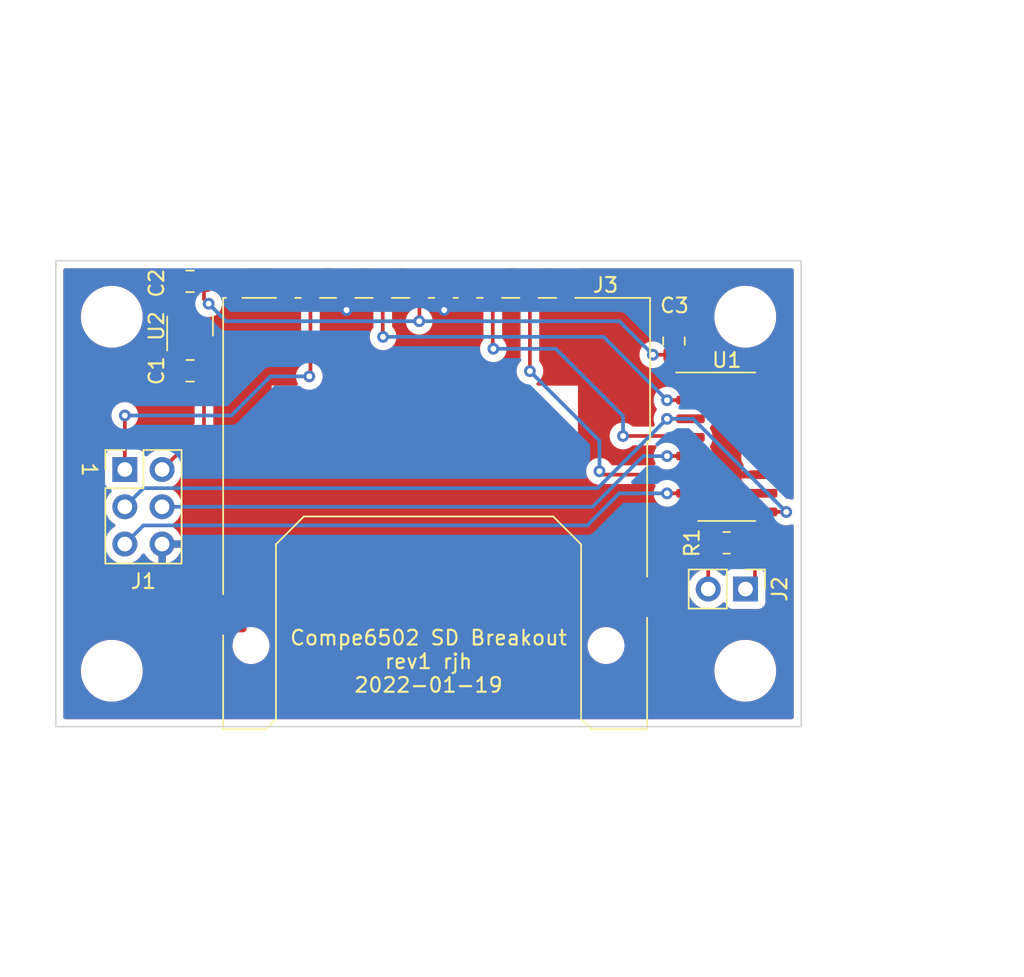
<source format=kicad_pcb>
(kicad_pcb (version 20211014) (generator pcbnew)
  (title_block (title "Compe6502 SD Breakout") (date "2022-01-19") (rev "1") (company "rjh"))
  (layers (0 "F.Cu" signal) (31 "B.Cu" signal) (34 "B.Paste" user) (35 "F.Paste" user) (36 "B.SilkS" user "B.Silkscreen") (37 "F.SilkS" user "F.Silkscreen") (38 "B.Mask" user) (39 "F.Mask" user) (44 "Edge.Cuts" user))
  (net 0 "")
  (net 1 "/DO")
  (net 2 "/CLK")
  (net 3 "/DI")
  (net 4 "/CS")
  (net 5 "GND")
  (net 6 "Net-(U1-Pad10)")
  (net 7 "Net-(J2-Pad2)")
  (net 8 "/CS_3V")
  (net 9 "/DI_3V")
  (net 10 "+3V3")
  (net 11 "/CLK_3V")
  (net 18 "+5V")
  (footprint "MountingHole:MountingHole_3.2mm_M3" (layer "F.Cu") (at 81.28 97.79)
    (fp_text reference "H1" hide)
    (fp_text value "MountingHole")
    (pad "" np_thru_hole circle (at 0 0) (size 3.2 3.2) (drill 3.2) (layers *.Cu *.Mask))
  )
  (footprint "Connector_PinHeader_2.54mm:PinHeader_2x03_P2.54mm_Vertical" (layer "F.Cu") (at 82.169 108.204)
    (fp_text reference "J1" (at 1.27 7.62) (layer "F.SilkS"))
    (fp_text value "Conn_02x03_Odd_Even")
    (fp_line (start -1.33 6.41) (end 3.87 6.41) (layer "F.SilkS") (width 0.12))
    (fp_line (start -1.33 1.27) (end -1.33 6.41) (layer "F.SilkS") (width 0.12))
    (fp_line (start -1.33 1.27) (end 1.27 1.27) (layer "F.SilkS") (width 0.12))
    (fp_line (start -1.33 -1.33) (end 0 -1.33) (layer "F.SilkS") (width 0.12))
    (fp_line (start -1.33 0) (end -1.33 -1.33) (layer "F.SilkS") (width 0.12))
    (fp_line (start 1.27 -1.33) (end 3.87 -1.33) (layer "F.SilkS") (width 0.12))
    (fp_line (start 1.27 1.27) (end 1.27 -1.33) (layer "F.SilkS") (width 0.12))
    (fp_line (start 3.87 -1.33) (end 3.87 6.41) (layer "F.SilkS") (width 0.12))
    (pad "1" thru_hole rect (at 0 0) (size 1.7 1.7) (drill 1) (layers *.Cu *.Mask) (net 1 "/DO"))
    (pad "2" thru_hole oval (at 2.54 0) (size 1.7 1.7) (drill 1) (layers *.Cu *.Mask) (net 18 "+5V"))
    (pad "3" thru_hole oval (at 0 2.54) (size 1.7 1.7) (drill 1) (layers *.Cu *.Mask) (net 2 "/CLK"))
    (pad "4" thru_hole oval (at 2.54 2.54) (size 1.7 1.7) (drill 1) (layers *.Cu *.Mask) (net 3 "/DI"))
    (pad "5" thru_hole oval (at 0 5.08) (size 1.7 1.7) (drill 1) (layers *.Cu *.Mask) (net 4 "/CS"))
    (pad "6" thru_hole oval (at 2.54 5.08) (size 1.7 1.7) (drill 1) (layers *.Cu *.Mask) (net 5 "GND"))
  )
  (footprint "Connector_Card:SD_Kyocera_145638009511859+" (layer "F.Cu") (at 102.87 108.204)
    (fp_text reference "J3" (at 12.065 -12.573) (layer "F.SilkS"))
    (fp_text value "SD_Card")
    (fp_line (start 10.4 17) (end 11.1 17.7) (layer "F.SilkS") (width 0.12))
    (fp_line (start 15.1 -11.7) (end 10 -11.7) (layer "F.SilkS") (width 0.12))
    (fp_line (start 8.7 -11.7) (end 7.5 -11.7) (layer "F.SilkS") (width 0.12))
    (fp_line (start 10.4 17) (end 10.4 5.1) (layer "F.SilkS") (width 0.12))
    (fp_line (start -8.5 3.2) (end 8.5 3.2) (layer "F.SilkS") (width 0.12))
    (fp_line (start -8.5 3.2) (end -10.4 5.1) (layer "F.SilkS") (width 0.12))
    (fp_line (start 14.9 17.7) (end 11.1 17.7) (layer "F.SilkS") (width 0.12))
    (fp_line (start -8.7 -11.7) (end -9.1 -11.7) (layer "F.SilkS") (width 0.12))
    (fp_line (start -6.3 -11.7) (end -7.4 -11.7) (layer "F.SilkS") (width 0.12))
    (fp_line (start 6.2 -11.7) (end 5 -11.7) (layer "F.SilkS") (width 0.12))
    (fp_line (start -13.8 -11.7) (end -14 -11.7) (layer "F.SilkS") (width 0.12))
    (fp_line (start -3.8 -11.7) (end -5 -11.7) (layer "F.SilkS") (width 0.12))
    (fp_line (start -10.4 17) (end -10.4 5.1) (layer "F.SilkS") (width 0.12))
    (fp_line (start 0.4 -11.7) (end 0 -11.7) (layer "F.SilkS") (width 0.12))
    (fp_line (start 8.5 3.2) (end 10.4 5.1) (layer "F.SilkS") (width 0.12))
    (fp_line (start 14.9 -1.9) (end 15.1 -1.9) (layer "F.SilkS") (width 0.12))
    (fp_line (start 14.9 -1.9) (end 14.9 7.3) (layer "F.SilkS") (width 0.12))
    (fp_line (start -10.4 17) (end -11.1 17.7) (layer "F.SilkS") (width 0.12))
    (fp_line (start -14 11.3) (end -14 17.7) (layer "F.SilkS") (width 0.12))
    (fp_line (start -14 -11.7) (end -14 8.5) (layer "F.SilkS") (width 0.12))
    (fp_line (start 2 -11.7) (end 1.7 -11.7) (layer "F.SilkS") (width 0.12))
    (fp_line (start -1.3 -11.7) (end -2.5 -11.7) (layer "F.SilkS") (width 0.12))
    (fp_line (start 15.1 -1.9) (end 15.1 -11.7) (layer "F.SilkS") (width 0.12))
    (fp_line (start -10.4 -11.7) (end -12.7 -11.7) (layer "F.SilkS") (width 0.12))
    (fp_line (start 3.7 -11.7) (end 3.3 -11.7) (layer "F.SilkS") (width 0.12))
    (fp_line (start 14.9 10.1) (end 14.9 17.7) (layer "F.SilkS") (width 0.12))
    (fp_line (start -14 17.7) (end -11.1 17.7) (layer "F.SilkS") (width 0.12))
    (pad "" np_thru_hole circle (at 12.1 12 180) (size 1.5 1.5) (drill 1.5) (layers *.Cu *.Mask))
    (pad "" np_thru_hole circle (at -12.1 12 180) (size 1.5 1.5) (drill 1.5) (layers *.Cu *.Mask))
    (pad "1" smd roundrect (at 6.88 -12.5) (size 0.8 2) (layers "F.Cu" "F.Paste" "F.Mask") (roundrect_rratio 0.313) (net 8 "/CS_3V"))
    (pad "2" smd roundrect (at 4.38 -12.5) (size 0.8 2) (layers "F.Cu" "F.Paste" "F.Mask") (roundrect_rratio 0.313) (net 9 "/DI_3V"))
    (pad "3" smd roundrect (at 1.08 -12.5) (size 0.8 2) (layers "F.Cu" "F.Paste" "F.Mask") (roundrect_rratio 0.313) (net 5 "GND"))
    (pad "4" smd roundrect (at -0.62 -12.5) (size 0.8 2) (layers "F.Cu" "F.Paste" "F.Mask") (roundrect_rratio 0.313) (net 10 "+3V3"))
    (pad "5" smd roundrect (at -3.12 -12.5) (size 0.8 2) (layers "F.Cu" "F.Paste" "F.Mask") (roundrect_rratio 0.313) (net 11 "/CLK_3V"))
    (pad "6" smd roundrect (at -5.62 -12.5) (size 0.8 2) (layers "F.Cu" "F.Paste" "F.Mask") (roundrect_rratio 0.313) (net 5 "GND"))
    (pad "7" smd roundrect (at -8.05 -12.5) (size 0.8 2) (layers "F.Cu" "F.Paste" "F.Mask") (roundrect_rratio 0.313) (net 1 "/DO"))
    (pad "8" smd roundrect (at -9.75 -12.5) (size 0.8 2) (layers "F.Cu" "F.Paste" "F.Mask") (roundrect_rratio 0.313))
    (pad "9" smd roundrect (at 9.38 -12.5) (size 0.8 2) (layers "F.Cu" "F.Paste" "F.Mask") (roundrect_rratio 0.313))
    (pad "10" smd roundrect (at 2.68 -12.5) (size 0.8 2) (layers "F.Cu" "F.Paste" "F.Mask") (roundrect_rratio 0.313))
    (pad "11" smd roundrect (at -13.24 -12.5) (size 0.7 2) (layers "F.Cu" "F.Paste" "F.Mask") (roundrect_rratio 0.357))
    (pad "12" smd roundrect (at 14.1 8.7) (size 1.8 2.4) (layers "F.Cu" "F.Paste" "F.Mask") (roundrect_rratio 0.139) (net 5 "GND"))
    (pad "13" smd roundrect (at -13.25 9.9) (size 1.7 2.4) (layers "F.Cu" "F.Paste" "F.Mask") (roundrect_rratio 0.147) (net 5 "GND"))
  )
  (footprint "Resistor_SMD:R_0805_2012Metric" (layer "F.Cu") (at 123.19 113.2)
    (fp_text reference "R1" (at -2.3622 0.0078 90) (layer "F.SilkS"))
    (fp_text value "1K00")
    (fp_line (start -0.227064 0.735) (end 0.227064 0.735) (layer "F.SilkS") (width 0.12))
    (fp_line (start -0.227064 -0.735) (end 0.227064 -0.735) (layer "F.SilkS") (width 0.12))
    (pad "1" smd roundrect (at -0.9125 0) (size 1.025 1.4) (layers "F.Cu" "F.Paste" "F.Mask") (roundrect_rratio 0.243902) (net 7 "Net-(J2-Pad2)"))
    (pad "2" smd roundrect (at 0.9125 0) (size 1.025 1.4) (layers "F.Cu" "F.Paste" "F.Mask") (roundrect_rratio 0.243902) (net 4 "/CS"))
  )
  (footprint "Capacitor_SMD:C_0805_2012Metric" (layer "F.Cu") (at 86.614 95.377 180)
    (fp_text reference "C2" (at 2.286 -0.127 90) (layer "F.SilkS"))
    (fp_text value "1u")
    (fp_line (start -0.261252 0.735) (end 0.261252 0.735) (layer "F.SilkS") (width 0.12))
    (fp_line (start -0.261252 -0.735) (end 0.261252 -0.735) (layer "F.SilkS") (width 0.12))
    (pad "1" smd roundrect (at -0.95 0 180) (size 1 1.45) (layers "F.Cu" "F.Paste" "F.Mask") (net 10 "+3V3"))
    (pad "2" smd roundrect (at 0.95 0 180) (size 1 1.45) (layers "F.Cu" "F.Paste" "F.Mask") (net 5 "GND"))
  )
  (footprint "MountingHole:MountingHole_3.2mm_M3" (layer "F.Cu") (at 124.46 121.92)
    (fp_text reference "H4" hide)
    (fp_text value "MountingHole")
    (pad "" np_thru_hole circle (at 0 0) (size 3.2 3.2) (drill 3.2) (layers *.Cu *.Mask))
  )
  (footprint "Package_TO_SOT_SMD:SOT-23" (layer "F.Cu") (at 86.614 98.425 90)
    (fp_text reference "U2" (at 0 -2.286 90) (layer "F.SilkS"))
    (fp_text value "MCP1700-3302E")
    (fp_line (start 0 -1.56) (end 0.65 -1.56) (layer "F.SilkS") (width 0.12))
    (fp_line (start 0 -1.56) (end -1.675 -1.56) (layer "F.SilkS") (width 0.12))
    (fp_line (start 0 1.56) (end 0.65 1.56) (layer "F.SilkS") (width 0.12))
    (fp_line (start 0 1.56) (end -0.65 1.56) (layer "F.SilkS") (width 0.12))
    (pad "1" smd roundrect (at -0.9375 -0.95 90) (size 1.475 0.6) (layers "F.Cu" "F.Paste" "F.Mask") (net 5 "GND"))
    (pad "2" smd roundrect (at -0.9375 0.95 90) (size 1.475 0.6) (layers "F.Cu" "F.Paste" "F.Mask") (net 18 "+5V"))
    (pad "3" smd roundrect (at 0.9375 0 90) (size 1.475 0.6) (layers "F.Cu" "F.Paste" "F.Mask") (net 10 "+3V3"))
  )
  (footprint "MountingHole:MountingHole_3.2mm_M3" (layer "F.Cu") (at 81.28 121.92)
    (fp_text reference "H3" hide)
    (fp_text value "MountingHole")
    (pad "" np_thru_hole circle (at 0 0) (size 3.2 3.2) (drill 3.2) (layers *.Cu *.Mask))
  )
  (footprint "Connector_PinHeader_2.54mm:PinHeader_1x02_P2.54mm_Vertical" (layer "F.Cu") (at 124.475 116.35 -90)
    (fp_text reference "J2" (at 0 -2.33 90) (layer "F.SilkS"))
    (fp_text value "Conn_01x02")
    (fp_line (start -1.33 -1.33) (end 0 -1.33) (layer "F.SilkS") (width 0.12))
    (fp_line (start -1.33 0) (end -1.33 -1.33) (layer "F.SilkS") (width 0.12))
    (fp_line (start -1.33 1.27) (end 1.33 1.27) (layer "F.SilkS") (width 0.12))
    (fp_line (start -1.33 3.87) (end 1.33 3.87) (layer "F.SilkS") (width 0.12))
    (fp_line (start 1.33 1.27) (end 1.33 3.87) (layer "F.SilkS") (width 0.12))
    (fp_line (start -1.33 1.27) (end -1.33 3.87) (layer "F.SilkS") (width 0.12))
    (pad "1" thru_hole rect (at 0 0 270) (size 1.7 1.7) (drill 1) (layers *.Cu *.Mask) (net 6 "Net-(U1-Pad10)"))
    (pad "2" thru_hole oval (at 0 2.54 270) (size 1.7 1.7) (drill 1) (layers *.Cu *.Mask) (net 7 "Net-(J2-Pad2)"))
  )
  (footprint "Capacitor_SMD:C_0805_2012Metric" (layer "F.Cu") (at 86.614 101.473 180)
    (fp_text reference "C1" (at 2.286 0 90) (layer "F.SilkS"))
    (fp_text value "1u")
    (fp_line (start -0.261252 0.735) (end 0.261252 0.735) (layer "F.SilkS") (width 0.12))
    (fp_line (start -0.261252 -0.735) (end 0.261252 -0.735) (layer "F.SilkS") (width 0.12))
    (pad "1" smd roundrect (at -0.95 0 180) (size 1 1.45) (layers "F.Cu" "F.Paste" "F.Mask") (net 18 "+5V"))
    (pad "2" smd roundrect (at 0.95 0 180) (size 1 1.45) (layers "F.Cu" "F.Paste" "F.Mask") (net 5 "GND"))
  )
  (footprint "MountingHole:MountingHole_3.2mm_M3" (layer "F.Cu") (at 124.46 97.79)
    (fp_text reference "H2" hide)
    (fp_text value "MountingHole")
    (pad "" np_thru_hole circle (at 0 0) (size 3.2 3.2) (drill 3.2) (layers *.Cu *.Mask))
  )
  (footprint "Capacitor_SMD:C_0805_2012Metric" (layer "F.Cu") (at 119.6 99.45 90)
    (fp_text reference "C3" (at 2.422 0.034 180) (layer "F.SilkS"))
    (fp_text value "100n")
    (fp_line (start -0.261252 0.735) (end 0.261252 0.735) (layer "F.SilkS") (width 0.12))
    (fp_line (start -0.261252 -0.735) (end 0.261252 -0.735) (layer "F.SilkS") (width 0.12))
    (pad "1" smd roundrect (at -0.95 0 90) (size 1 1.45) (layers "F.Cu" "F.Paste" "F.Mask") (net 10 "+3V3"))
    (pad "2" smd roundrect (at 0.95 0 90) (size 1 1.45) (layers "F.Cu" "F.Paste" "F.Mask") (net 5 "GND"))
  )
  (footprint "Package_SO:SOIC-16_3.9x9.9mm_P1.27mm" (layer "F.Cu") (at 123.2 106.65)
    (fp_text reference "U1" (at 0 -5.9) (layer "F.SilkS"))
    (fp_text value "74HC4050")
    (fp_line (start 0 5.06) (end -1.95 5.06) (layer "F.SilkS") (width 0.12))
    (fp_line (start 0 5.06) (end 1.95 5.06) (layer "F.SilkS") (width 0.12))
    (fp_line (start 0 -5.06) (end 1.95 -5.06) (layer "F.SilkS") (width 0.12))
    (fp_line (start 0 -5.06) (end -3.45 -5.06) (layer "F.SilkS") (width 0.12))
    (pad "1" smd roundrect (at -2.475 -4.445) (size 1.95 0.6) (layers "F.Cu" "F.Paste" "F.Mask") (net 10 "+3V3"))
    (pad "2" smd roundrect (at -2.475 -3.175) (size 1.95 0.6) (layers "F.Cu" "F.Paste" "F.Mask") (net 11 "/CLK_3V"))
    (pad "3" smd roundrect (at -2.475 -1.905) (size 1.95 0.6) (layers "F.Cu" "F.Paste" "F.Mask") (net 2 "/CLK"))
    (pad "4" smd roundrect (at -2.475 -0.635) (size 1.95 0.6) (layers "F.Cu" "F.Paste" "F.Mask") (net 9 "/DI_3V"))
    (pad "5" smd roundrect (at -2.475 0.635) (size 1.95 0.6) (layers "F.Cu" "F.Paste" "F.Mask") (net 3 "/DI"))
    (pad "6" smd roundrect (at -2.475 1.905) (size 1.95 0.6) (layers "F.Cu" "F.Paste" "F.Mask") (net 8 "/CS_3V"))
    (pad "7" smd roundrect (at -2.475 3.175) (size 1.95 0.6) (layers "F.Cu" "F.Paste" "F.Mask") (net 4 "/CS"))
    (pad "8" smd roundrect (at -2.475 4.445) (size 1.95 0.6) (layers "F.Cu" "F.Paste" "F.Mask") (net 5 "GND"))
    (pad "9" smd roundrect (at 2.475 4.445) (size 1.95 0.6) (layers "F.Cu" "F.Paste" "F.Mask") (net 2 "/CLK"))
    (pad "10" smd roundrect (at 2.475 3.175) (size 1.95 0.6) (layers "F.Cu" "F.Paste" "F.Mask") (net 6 "Net-(U1-Pad10)"))
    (pad "11" smd roundrect (at 2.475 1.905) (size 1.95 0.6) (layers "F.Cu" "F.Paste" "F.Mask") (net 5 "GND"))
    (pad "12" smd roundrect (at 2.475 0.635) (size 1.95 0.6) (layers "F.Cu" "F.Paste" "F.Mask"))
    (pad "13" smd roundrect (at 2.475 -0.635) (size 1.95 0.6) (layers "F.Cu" "F.Paste" "F.Mask"))
    (pad "14" smd roundrect (at 2.475 -1.905) (size 1.95 0.6) (layers "F.Cu" "F.Paste" "F.Mask") (net 5 "GND"))
    (pad "15" smd roundrect (at 2.475 -3.175) (size 1.95 0.6) (layers "F.Cu" "F.Paste" "F.Mask"))
    (pad "16" smd roundrect (at 2.475 -4.445) (size 1.95 0.6) (layers "F.Cu" "F.Paste" "F.Mask"))
  )
  (gr_line (start 128.27 125.73) (end 77.47 125.73) (layer "Edge.Cuts") (width 0.1))
  (gr_line (start 128.27 93.98) (end 128.27 125.73) (layer "Edge.Cuts") (width 0.1))
  (gr_line (start 77.47 93.98) (end 128.27 93.98) (layer "Edge.Cuts") (width 0.1))
  (gr_line (start 77.47 125.73) (end 77.47 93.98) (layer "Edge.Cuts") (width 0.1))
  (gr_text "1" (at 79.756 108.204 270) (layer "F.SilkS") (effects (font (size 1 1))))
  (gr_text "${TITLE}\nrev${REVISION} ${COMPANY}\n${ISSUE_DATE}\n" (at 102.87 121.285) (layer "F.SilkS") (effects (font (size 1 1))))
  (segment (start 94.742 101.854) (end 94.82 101.776) (width 0.254) (layer "F.Cu") (net 1))
  (segment (start 94.82 101.776) (end 94.82 95.704) (width 0.254) (layer "F.Cu") (net 1))
  (segment (start 82.169 108.204) (end 82.169 104.521) (width 0.254) (layer "F.Cu") (net 1))
  (via (at 82.169 104.521) (size 0.8) (drill 0.4) (layers "F.Cu" "B.Cu") (net 1))
  (via (at 94.742 101.854) (size 0.8) (drill 0.4) (layers "F.Cu" "B.Cu") (net 1))
  (segment (start 82.169 104.521) (end 89.4334 104.521) (width 0.254) (layer "B.Cu") (net 1))
  (segment (start 92.1004 101.854) (end 94.742 101.854) (width 0.254) (layer "B.Cu") (net 1))
  (segment (start 89.4334 104.521) (end 92.1004 101.854) (width 0.254) (layer "B.Cu") (net 1))
  (segment (start 120.725 104.745) (end 119.1306 104.745) (width 0.254) (layer "F.Cu") (net 2))
  (segment (start 127.2494 111.095) (end 127.254 111.0996) (width 0.254) (layer "F.Cu") (net 2))
  (segment (start 125.675 111.095) (end 127.2494 111.095) (width 0.254) (layer "F.Cu") (net 2))
  (segment (start 119.1306 104.745) (end 119.126 104.7496) (width 0.254) (layer "F.Cu") (net 2))
  (via (at 119.126 104.7496) (size 0.8) (drill 0.4) (layers "F.Cu" "B.Cu") (net 2))
  (via (at 127.254 111.0996) (size 0.8) (drill 0.4) (layers "F.Cu" "B.Cu") (net 2))
  (segment (start 119.126 104.7496) (end 114.4016 109.474) (width 0.254) (layer "B.Cu") (net 2))
  (segment (start 114.4016 109.474) (end 83.439 109.474) (width 0.254) (layer "B.Cu") (net 2))
  (segment (start 83.439 109.474) (end 82.169 110.744) (width 0.254) (layer "B.Cu") (net 2))
  (segment (start 127.254 111.0996) (end 120.904 104.7496) (width 0.254) (layer "B.Cu") (net 2))
  (segment (start 120.904 104.7496) (end 119.126 104.7496) (width 0.254) (layer "B.Cu") (net 2))
  (segment (start 120.725 107.285) (end 119.1306 107.285) (width 0.254) (layer "F.Cu") (net 3))
  (segment (start 119.1306 107.285) (end 119.126 107.2896) (width 0.254) (layer "F.Cu") (net 3))
  (via (at 119.126 107.2896) (size 0.8) (drill 0.4) (layers "F.Cu" "B.Cu") (net 3))
  (segment (start 114.04744 110.744) (end 84.709 110.744) (width 0.254) (layer "B.Cu") (net 3))
  (segment (start 119.126 107.2896) (end 117.50184 107.2896) (width 0.254) (layer "B.Cu") (net 3))
  (segment (start 117.50184 107.2896) (end 114.04744 110.744) (width 0.254) (layer "B.Cu") (net 3))
  (segment (start 121.108426 109.825) (end 124.1025 112.819074) (width 0.254) (layer "F.Cu") (net 4))
  (segment (start 124.1025 112.819074) (end 124.1025 113.2) (width 0.254) (layer "F.Cu") (net 4))
  (segment (start 119.1306 109.825) (end 119.126 109.8296) (width 0.254) (layer "F.Cu") (net 4))
  (segment (start 120.725 109.825) (end 119.1306 109.825) (width 0.254) (layer "F.Cu") (net 4))
  (segment (start 120.725 109.825) (end 121.108426 109.825) (width 0.254) (layer "F.Cu") (net 4))
  (via (at 119.126 109.8296) (size 0.8) (drill 0.4) (layers "F.Cu" "B.Cu") (net 4))
  (segment (start 119.126 109.8296) (end 115.8748 109.8296) (width 0.254) (layer "B.Cu") (net 4))
  (segment (start 83.439 112.014) (end 82.169 113.284) (width 0.254) (layer "B.Cu") (net 4))
  (segment (start 113.6904 112.014) (end 83.439 112.014) (width 0.254) (layer "B.Cu") (net 4))
  (segment (start 115.8748 109.8296) (end 113.6904 112.014) (width 0.254) (layer "B.Cu") (net 4))
  (segment (start 97.25 97.3008) (end 97.282 97.3328) (width 0.254) (layer "F.Cu") (net 5))
  (segment (start 97.25 95.704) (end 97.25 97.3008) (width 0.254) (layer "F.Cu") (net 5))
  (segment (start 103.95 97.3196) (end 103.9368 97.3328) (width 0.254) (layer "F.Cu") (net 5))
  (segment (start 103.95 95.704) (end 103.95 97.3196) (width 0.254) (layer "F.Cu") (net 5))
  (via (at 103.9368 97.3328) (size 0.8) (drill 0.4) (layers "F.Cu" "B.Cu") (net 5))
  (via (at 97.282 97.3328) (size 0.8) (drill 0.4) (layers "F.Cu" "B.Cu") (net 5))
  (segment (start 125.1204 115.7046) (end 124.475 116.35) (width 0.254) (layer "F.Cu") (net 6))
  (segment (start 124.1552 110.1344) (end 124.1552 111.4044) (width 0.254) (layer "F.Cu") (net 6))
  (segment (start 124.4646 109.825) (end 124.1552 110.1344) (width 0.254) (layer "F.Cu") (net 6))
  (segment (start 124.1552 111.4044) (end 125.1204 112.3696) (width 0.254) (layer "F.Cu") (net 6))
  (segment (start 125.1204 112.3696) (end 125.1204 115.7046) (width 0.254) (layer "F.Cu") (net 6))
  (segment (start 125.675 109.825) (end 124.4646 109.825) (width 0.254) (layer "F.Cu") (net 6))
  (segment (start 121.935 113.5425) (end 122.2775 113.2) (width 0.254) (layer "F.Cu") (net 7))
  (segment (start 121.935 116.35) (end 121.935 113.5425) (width 0.254) (layer "F.Cu") (net 7))
  (segment (start 109.7788 95.7328) (end 109.75 95.704) (width 0.254) (layer "F.Cu") (net 8))
  (segment (start 120.725 108.555) (end 114.7526 108.555) (width 0.254) (layer "F.Cu") (net 8))
  (segment (start 114.7526 108.555) (end 114.520624 108.323024) (width 0.254) (layer "F.Cu") (net 8))
  (segment (start 109.7788 101.4984) (end 109.7788 95.7328) (width 0.254) (layer "F.Cu") (net 8))
  (via (at 109.7788 101.4984) (size 0.8) (drill 0.4) (layers "F.Cu" "B.Cu") (net 8))
  (via (at 114.520624 108.323024) (size 0.8) (drill 0.4) (layers "F.Cu" "B.Cu") (net 8))
  (segment (start 109.7788 101.4984) (end 114.520624 106.240224) (width 0.254) (layer "B.Cu") (net 8))
  (segment (start 114.520624 106.240224) (end 114.520624 108.323024) (width 0.254) (layer "B.Cu") (net 8))
  (segment (start 116.1288 105.918) (end 120.628 105.918) (width 0.254) (layer "F.Cu") (net 9))
  (segment (start 107.25 95.704) (end 107.25 99.9348) (width 0.254) (layer "F.Cu") (net 9))
  (segment (start 120.628 105.918) (end 120.725 106.015) (width 0.254) (layer "F.Cu") (net 9))
  (segment (start 107.25 99.9348) (end 107.2896 99.9744) (width 0.254) (layer "F.Cu") (net 9))
  (via (at 107.2896 99.9744) (size 0.8) (drill 0.4) (layers "F.Cu" "B.Cu") (net 9))
  (via (at 116.1288 105.918) (size 0.8) (drill 0.4) (layers "F.Cu" "B.Cu") (net 9))
  (segment (start 116.1288 104.560914) (end 116.1288 105.918) (width 0.254) (layer "B.Cu") (net 9))
  (segment (start 107.2896 99.9744) (end 111.542286 99.9744) (width 0.254) (layer "B.Cu") (net 9))
  (segment (start 111.542286 99.9744) (end 116.1288 104.560914) (width 0.254) (layer "B.Cu") (net 9))
  (segment (start 87.564 95.377) (end 87.564 96.581) (width 0.254) (layer "F.Cu") (net 10))
  (segment (start 119.6 100.4) (end 119.6 101.08) (width 0.254) (layer "F.Cu") (net 10))
  (segment (start 102.25 95.704) (end 102.25 98.0798) (width 0.254) (layer "F.Cu") (net 10))
  (segment (start 118.1608 100.3808) (end 119.5808 100.3808) (width 0.254) (layer "F.Cu") (net 10))
  (segment (start 87.564 96.581) (end 87.884 96.901) (width 0.254) (layer "F.Cu") (net 10))
  (segment (start 102.25 98.0798) (end 102.235 98.0948) (width 0.254) (layer "F.Cu") (net 10))
  (segment (start 86.614 97.4875) (end 86.614 96.327) (width 0.254) (layer "F.Cu") (net 10))
  (segment (start 119.6 101.08) (end 120.725 102.205) (width 0.254) (layer "F.Cu") (net 10))
  (segment (start 119.5808 100.3808) (end 119.6 100.4) (width 0.254) (layer "F.Cu") (net 10))
  (segment (start 86.614 96.327) (end 87.564 95.377) (width 0.254) (layer "F.Cu") (net 10))
  (via (at 87.884 96.901) (size 0.8) (drill 0.4) (layers "F.Cu" "B.Cu") (net 10))
  (via (at 118.1608 100.3808) (size 0.8) (drill 0.4) (layers "F.Cu" "B.Cu") (net 10))
  (via (at 102.235 98.0948) (size 0.8) (drill 0.4) (layers "F.Cu" "B.Cu") (net 10))
  (segment (start 87.884 96.901) (end 89.0778 98.0948) (width 0.254) (layer "B.Cu") (net 10))
  (segment (start 89.0778 98.0948) (end 102.235 98.0948) (width 0.254) (layer "B.Cu") (net 10))
  (segment (start 118.1608 100.3808) (end 115.8748 98.0948) (width 0.254) (layer "B.Cu") (net 10))
  (segment (start 115.8748 98.0948) (end 102.235 98.0948) (width 0.254) (layer "B.Cu") (net 10))
  (segment (start 120.725 103.475) (end 119.1306 103.475) (width 0.254) (layer "F.Cu") (net 11))
  (segment (start 119.1306 103.475) (end 119.126 103.4796) (width 0.254) (layer "F.Cu") (net 11))
  (segment (start 99.75 95.704) (end 99.75 99.1404) (width 0.254) (layer "F.Cu") (net 11))
  (segment (start 99.75 99.1404) (end 99.7712 99.1616) (width 0.254) (layer "F.Cu") (net 11))
  (via (at 99.7712 99.1616) (size 0.8) (drill 0.4) (layers "F.Cu" "B.Cu") (net 11))
  (via (at 119.126 103.4796) (size 0.8) (drill 0.4) (layers "F.Cu" "B.Cu") (net 11))
  (segment (start 119.126 103.4796) (end 114.808 99.1616) (width 0.254) (layer "B.Cu") (net 11))
  (segment (start 114.808 99.1616) (end 99.7712 99.1616) (width 0.254) (layer "B.Cu") (net 11))
  (segment (start 87.564 101.473) (end 87.564 99.3625) (width 0.254) (layer "F.Cu") (net 18))
  (segment (start 84.709 108.204) (end 87.564 105.349) (width 0.254) (layer "F.Cu") (net 18))
  (segment (start 87.564 105.349) (end 87.564 101.473) (width 0.254) (layer "F.Cu") (net 18))
  (zone (net 5) (net_name "GND") (layers F&B.Cu) (connect_pads (clearance 0.508)) (min_thickness 0.254) (fill yes (thermal_gap 0.508) (thermal_bridge_width 0.508))
    (polygon (pts (xy 129.54 130.81) (xy 73.66 130.81) (xy 73.66 76.2) (xy 129.54 76.2)))
  )
  (zone (net 0) (net_name "") (layer "F.Cu") (connect_pads (clearance 0)) (min_thickness 0.254)
    (keepout (tracks not_allowed) (vias not_allowed) (pads not_allowed) (copperpour not_allowed) (footprints allowed))
    (fill (thermal_gap 0.508) (thermal_bridge_width 0.508))
    (polygon (pts (xy 113.0554 106.8578) (xy 92.1766 106.8578) (xy 92.1766 102.489) (xy 113.0554 102.489)))
  )
)
</source>
